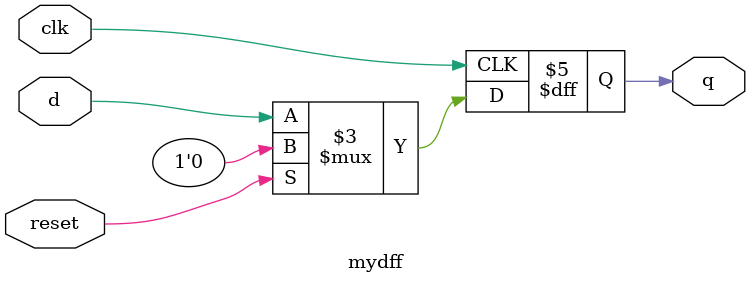
<source format=v>

module top_module (
    input clk,
    input reset,            // Synchronous reset
    input [7:0] d,
    output [7:0] q
);

    mydff mydff0 (clk, reset, d[0], q[0]);
    mydff mydff1 (clk, reset, d[1], q[1]);
    mydff mydff2 (clk, reset, d[2], q[2]);
    mydff mydff3 (clk, reset, d[3], q[3]);
    mydff mydff4 (clk, reset, d[4], q[4]);
    mydff mydff5 (clk, reset, d[5], q[5]);
    mydff mydff6 (clk, reset, d[6], q[6]);
    mydff mydff7 (clk, reset, d[7], q[7]);
endmodule

module mydff (
    input clk,
    input reset,            // Synchronous reset
    input d,
    output q
);

    always @(posedge clk ) begin
        if (reset) begin
            q <= 1'b0;
        end else begin
            q <= d;
        end
    end
endmodule

</source>
